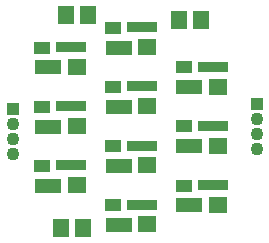
<source format=gts>
G04*
G04 #@! TF.GenerationSoftware,Altium Limited,Altium Designer,22.0.2 (36)*
G04*
G04 Layer_Color=8388736*
%FSLAX25Y25*%
%MOIN*%
G70*
G04*
G04 #@! TF.SameCoordinates,DACE3E57-A7DC-43A8-8EF6-323BCD50BCA6*
G04*
G04*
G04 #@! TF.FilePolarity,Negative*
G04*
G01*
G75*
%ADD17R,0.05518X0.06306*%
%ADD18R,0.06306X0.05518*%
%ADD19R,0.09061X0.05124*%
%ADD20R,0.05518X0.03943*%
%ADD21R,0.09849X0.03550*%
%ADD22C,0.04337*%
%ADD23R,0.04337X0.04337*%
%ADD24C,0.04337*%
%ADD25R,0.04337X0.04337*%
D17*
X-14260Y37000D02*
D03*
X-21740D02*
D03*
X-15945Y-33823D02*
D03*
X-23425D02*
D03*
X16000Y35500D02*
D03*
X23480D02*
D03*
D18*
X29075Y-6453D02*
D03*
Y13236D02*
D03*
X5453Y26362D02*
D03*
X-18169Y19799D02*
D03*
X5453Y6673D02*
D03*
X-18169Y110D02*
D03*
X5453Y-13016D02*
D03*
X-18169Y-19579D02*
D03*
X29075Y-26142D02*
D03*
X5453Y-32693D02*
D03*
D19*
X19453Y-6650D02*
D03*
Y13039D02*
D03*
X-4169Y26165D02*
D03*
X-27791Y19602D02*
D03*
X-4169Y6476D02*
D03*
X-27791Y-87D02*
D03*
X-4169Y-13213D02*
D03*
X-27791Y-19776D02*
D03*
X19453Y-26339D02*
D03*
X-4169Y-32890D02*
D03*
D20*
X17681Y-59D02*
D03*
Y19630D02*
D03*
X-5941Y32756D02*
D03*
X-29563Y26193D02*
D03*
X-5941Y13067D02*
D03*
X-29563Y6504D02*
D03*
X-5941Y-6622D02*
D03*
X-29563Y-13185D02*
D03*
X17681Y-19748D02*
D03*
X-5941Y-26299D02*
D03*
D21*
X27303Y138D02*
D03*
Y19827D02*
D03*
X3681Y32953D02*
D03*
X-19941Y26390D02*
D03*
X3681Y13264D02*
D03*
X-19941Y6701D02*
D03*
X3681Y-6425D02*
D03*
X-19941Y-12988D02*
D03*
X27303Y-19551D02*
D03*
X3681Y-26102D02*
D03*
D22*
X41866Y-7500D02*
D03*
Y-2500D02*
D03*
Y2500D02*
D03*
D23*
Y7500D02*
D03*
D24*
X-39370Y-9094D02*
D03*
Y-4095D02*
D03*
Y905D02*
D03*
D25*
Y5906D02*
D03*
M02*

</source>
